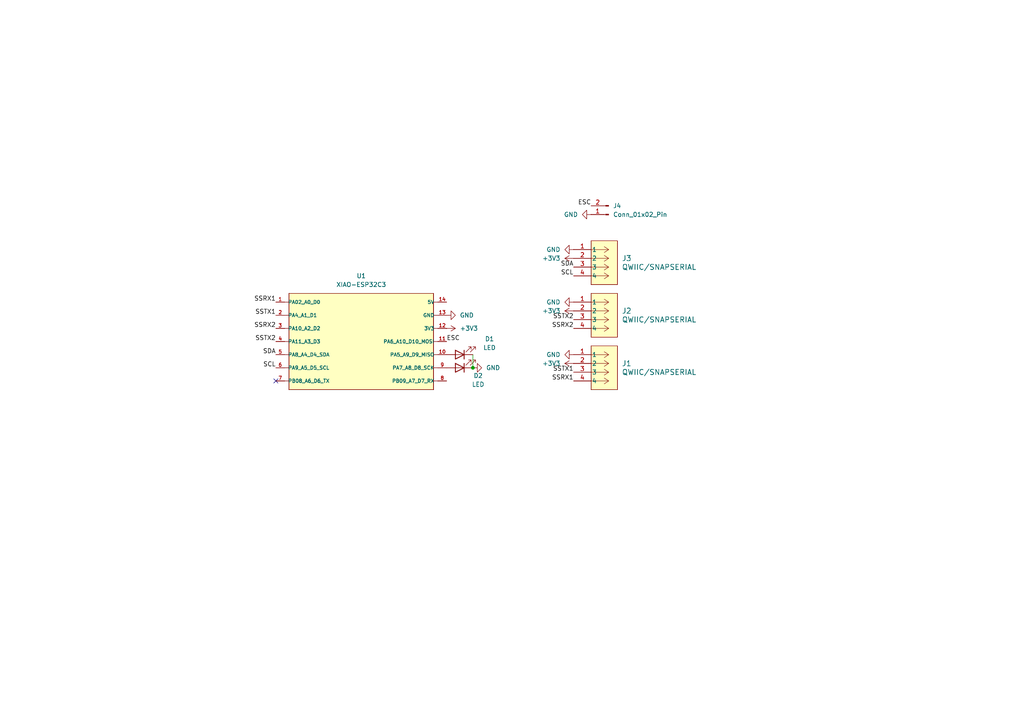
<source format=kicad_sch>
(kicad_sch (version 20250114) (generator "eeschema") (generator_version "9.0")
  (paper "A4")
  (lib_symbols
    (symbol "Connector:Conn_01x02_Pin" (pin_names (offset 1.016) (hide yes))
      (property "Reference" "J" (at 0 2.54 0))
      (property "Value" "Conn_01x02_Pin" (at 0 -5.08 0))
      (symbol "Conn_01x02_Pin_1_1"
        (rectangle (start 0.8636 0.127) (end 0 -0.127) (stroke (width 0.1524)) (fill (type outline)))
        (rectangle (start 0.8636 -2.413) (end 0 -2.667) (stroke (width 0.1524)) (fill (type outline)))
        (polyline (pts (xy 1.27 0) (xy 0.8636 0)) (stroke (width 0.1524)))
        (polyline (pts (xy 1.27 -2.54) (xy 0.8636 -2.54)) (stroke (width 0.1524)))
        (pin passive line (at 5.08 0 180) (length 3.81) (name "Pin_1") (number "1"))
        (pin passive line (at 5.08 -2.54 180) (length 3.81) (name "Pin_2") (number "2"))
      )
    )
    (symbol "Device:LED" (pin_numbers (hide yes)) (pin_names (offset 1.016) (hide yes))
      (property "Reference" "D" (at 0 2.54 0))
      (property "Value" "LED" (at 0 -2.54 0))
      (symbol "LED_0_1"
        (polyline (pts (xy -3.048 -0.762) (xy -4.572 -2.286) (xy -3.81 -2.286) (xy -4.572 -2.286) (xy -4.572 -1.524)))
        (polyline (pts (xy -1.778 -0.762) (xy -3.302 -2.286) (xy -2.54 -2.286) (xy -3.302 -2.286) (xy -3.302 -1.524)))
        (polyline (pts (xy -1.27 0) (xy 1.27 0)))
        (polyline (pts (xy -1.27 -1.27) (xy -1.27 1.27)) (stroke (width 0.254)))
        (polyline (pts (xy 1.27 -1.27) (xy 1.27 1.27) (xy -1.27 0) (xy 1.27 -1.27)) (stroke (width 0.254)))
      )
      (symbol "LED_1_1"
        (pin passive line (at -3.81 0 0) (length 2.54) (name "K") (number "1"))
        (pin passive line (at 3.81 0 180) (length 2.54) (name "A") (number "2"))
      )
    )
    (symbol "User:QWIIC/SNAPSERIAL" (pin_names (offset 0.254))
      (property "Reference" "J" (at 8.89 6.35 0))
      (property "Value" "QWIIC/SNAPSERIAL" (at 0 0 0))
      (symbol "QWIIC/SNAPSERIAL_1_1"
        (polyline (pts (xy 5.08 2.54) (xy 5.08 -10.16)) (stroke (width 0.127)) (fill (type background)))
        (rectangle (start 5.08 2.54) (end 12.7 -10.16) (fill (type background)))
        (polyline (pts (xy 5.08 -10.16) (xy 12.7 -10.16)) (stroke (width 0.127)) (fill (type background)))
        (polyline (pts (xy 10.16 0) (xy 5.08 0)) (stroke (width 0.127)))
        (polyline (pts (xy 10.16 0) (xy 8.89 0.8467)) (stroke (width 0.127)))
        (polyline (pts (xy 10.16 0) (xy 8.89 -0.8467)) (stroke (width 0.127)))
        (polyline (pts (xy 10.16 -2.54) (xy 5.08 -2.54)) (stroke (width 0.127)))
        (polyline (pts (xy 10.16 -2.54) (xy 8.89 -1.6933)) (stroke (width 0.127)))
        (polyline (pts (xy 10.16 -2.54) (xy 8.89 -3.3867)) (stroke (width 0.127)))
        (polyline (pts (xy 10.16 -5.08) (xy 5.08 -5.08)) (stroke (width 0.127)))
        (polyline (pts (xy 10.16 -5.08) (xy 8.89 -4.2333)) (stroke (width 0.127)))
        (polyline (pts (xy 10.16 -5.08) (xy 8.89 -5.9267)) (stroke (width 0.127)))
        (polyline (pts (xy 10.16 -7.62) (xy 5.08 -7.62)) (stroke (width 0.127)))
        (polyline (pts (xy 10.16 -7.62) (xy 8.89 -6.7733)) (stroke (width 0.127)))
        (polyline (pts (xy 10.16 -7.62) (xy 8.89 -8.4667)) (stroke (width 0.127)))
        (polyline (pts (xy 12.7 -10.16) (xy 12.7 2.54)) (stroke (width 0.127)) (fill (type background)))
        (pin unspecified line (at 0 0 0) (length 5.08) (name "1") (number "1"))
        (pin unspecified line (at 0 -2.54 0) (length 5.08) (name "2") (number "2"))
        (pin unspecified line (at 0 -5.08 0) (length 5.08) (name "3") (number "3"))
        (pin unspecified line (at 0 -7.62 0) (length 5.08) (name "4") (number "4"))
      )
      (symbol "QWIIC/SNAPSERIAL_1_2"
        (polyline (pts (xy 5.08 2.54) (xy 5.08 -10.16)) (stroke (width 0.127)))
        (polyline (pts (xy 5.08 -10.16) (xy 12.7 -10.16)) (stroke (width 0.127)))
        (polyline (pts (xy 7.62 0) (xy 5.08 0)) (stroke (width 0.127)))
        (polyline (pts (xy 7.62 0) (xy 8.89 0.8467)) (stroke (width 0.127)))
        (polyline (pts (xy 7.62 0) (xy 8.89 -0.8467)) (stroke (width 0.127)))
        (polyline (pts (xy 7.62 -2.54) (xy 5.08 -2.54)) (stroke (width 0.127)))
        (polyline (pts (xy 7.62 -2.54) (xy 8.89 -1.6933)) (stroke (width 0.127)))
        (polyline (pts (xy 7.62 -2.54) (xy 8.89 -3.3867)) (stroke (width 0.127)))
        (polyline (pts (xy 7.62 -5.08) (xy 5.08 -5.08)) (stroke (width 0.127)))
        (polyline (pts (xy 7.62 -5.08) (xy 8.89 -4.2333)) (stroke (width 0.127)))
        (polyline (pts (xy 7.62 -5.08) (xy 8.89 -5.9267)) (stroke (width 0.127)))
        (polyline (pts (xy 7.62 -7.62) (xy 5.08 -7.62)) (stroke (width 0.127)))
        (polyline (pts (xy 7.62 -7.62) (xy 8.89 -6.7733)) (stroke (width 0.127)))
        (polyline (pts (xy 7.62 -7.62) (xy 8.89 -8.4667)) (stroke (width 0.127)))
        (polyline (pts (xy 12.7 2.54) (xy 5.08 2.54)) (stroke (width 0.127)))
        (polyline (pts (xy 12.7 -10.16) (xy 12.7 2.54)) (stroke (width 0.127)))
        (pin unspecified line (at 0 0 0) (length 5.08) (name "1") (number "1"))
        (pin unspecified line (at 0 -2.54 0) (length 5.08) (name "2") (number "2"))
        (pin unspecified line (at 0 -5.08 0) (length 5.08) (name "3") (number "3"))
        (pin unspecified line (at 0 -7.62 0) (length 5.08) (name "4") (number "4"))
      )
    )
    (symbol "User:XIAO-ESP32C3" (pin_names (offset 1.016))
      (property "Reference" "U" (at -21.59 15.24 0))
      (property "Value" "XIAO-ESP32C3" (at -21.59 13.97 0))
      (symbol "XIAO-ESP32C3_0_0"
        (polyline (pts (xy -21.59 11.43) (xy -22.86 11.43)) (stroke (width 0.1524)))
        (polyline (pts (xy -21.59 11.43) (xy -21.59 13.97)) (stroke (width 0.1524)))
        (polyline (pts (xy -21.59 7.62) (xy -22.86 7.62)) (stroke (width 0.1524)))
        (polyline (pts (xy -21.59 7.62) (xy -21.59 11.43)) (stroke (width 0.1524)))
        (polyline (pts (xy -21.59 3.81) (xy -22.86 3.81)) (stroke (width 0.1524)))
        (polyline (pts (xy -21.59 3.81) (xy -21.59 7.62)) (stroke (width 0.1524)))
        (polyline (pts (xy -21.59 0) (xy -22.86 0)) (stroke (width 0.1524)))
        (polyline (pts (xy -21.59 0) (xy -21.59 3.81)) (stroke (width 0.1524)))
        (polyline (pts (xy -21.59 -3.81) (xy -22.86 -3.81)) (stroke (width 0.1524)))
        (polyline (pts (xy -21.59 -7.62) (xy -22.86 -7.62)) (stroke (width 0.1524)))
        (polyline (pts (xy -21.59 -11.43) (xy -22.86 -11.43)) (stroke (width 0.1524)))
        (polyline (pts (xy -21.59 -13.97) (xy -21.59 0)) (stroke (width 0.1524)))
        (polyline (pts (xy 20.32 13.97) (xy 20.32 11.43)) (stroke (width 0.1524)))
        (polyline (pts (xy 20.32 11.43) (xy 20.32 7.62)) (stroke (width 0.1524)))
        (polyline (pts (xy 20.32 7.62) (xy 20.32 3.81)) (stroke (width 0.1524)))
        (polyline (pts (xy 20.32 3.81) (xy 20.32 -13.97)) (stroke (width 0.1524)))
        (polyline (pts (xy 20.32 -13.97) (xy -21.59 -13.97)) (stroke (width 0.1524)))
        (polyline (pts (xy 21.59 11.43) (xy 20.32 11.43)) (stroke (width 0.1524)))
        (polyline (pts (xy 21.59 7.62) (xy 20.32 7.62)) (stroke (width 0.1524)))
        (polyline (pts (xy 21.59 3.81) (xy 20.32 3.81)) (stroke (width 0.1524)))
        (polyline (pts (xy 21.59 0) (xy 20.32 0)) (stroke (width 0.1524)))
        (polyline (pts (xy 21.59 -3.81) (xy 20.32 -3.81)) (stroke (width 0.1524)))
        (polyline (pts (xy 21.59 -7.62) (xy 20.32 -7.62)) (stroke (width 0.1524)))
        (polyline (pts (xy 21.59 -11.43) (xy 20.32 -11.43)) (stroke (width 0.1524)))
        (pin bidirectional line (at -25.4 11.43 0) (length 2.54) (name "PA02_A0_D0") (number "1"))
        (pin bidirectional line (at -25.4 7.62 0) (length 2.54) (name "PA4_A1_D1") (number "2"))
        (pin bidirectional line (at -25.4 3.81 0) (length 2.54) (name "PA10_A2_D2") (number "3"))
        (pin bidirectional line (at -25.4 0 0) (length 2.54) (name "PA11_A3_D3") (number "4"))
        (pin bidirectional line (at -25.4 -3.81 0) (length 2.54) (name "PA8_A4_D4_SDA") (number "5"))
        (pin bidirectional line (at -25.4 -7.62 0) (length 2.54) (name "PA9_A5_D5_SCL") (number "6"))
        (pin bidirectional line (at -25.4 -11.43 0) (length 2.54) (name "PB08_A6_D6_TX") (number "7"))
        (pin bidirectional line (at 24.13 11.43 180) (length 2.54) (name "5V") (number "14"))
        (pin bidirectional line (at 24.13 7.62 180) (length 2.54) (name "GND") (number "13"))
        (pin bidirectional line (at 24.13 3.81 180) (length 2.54) (name "3V3") (number "12"))
        (pin bidirectional line (at 24.13 0 180) (length 2.54) (name "PA6_A10_D10_MOSI") (number "11"))
        (pin bidirectional line (at 24.13 -3.81 180) (length 2.54) (name "PA5_A9_D9_MISO") (number "10"))
        (pin bidirectional line (at 24.13 -7.62 180) (length 2.54) (name "PA7_A8_D8_SCK") (number "9"))
        (pin bidirectional line (at 24.13 -11.43 180) (length 2.54) (name "PB09_A7_D7_RX") (number "8"))
      )
      (symbol "XIAO-ESP32C3_0_1"
        (rectangle (start -21.59 13.97) (end 20.32 -13.97) (fill (type background)))
      )
    )
    (symbol "power:+3V3" (power) (pin_numbers (hide yes)) (pin_names (offset 0) (hide yes))
      (property "Value" "+3V3" (at 0 3.556 0))
      (symbol "+3V3_0_1"
        (polyline (pts (xy -0.762 1.27) (xy 0 2.54)))
        (polyline (pts (xy 0 2.54) (xy 0.762 1.27)))
        (polyline (pts (xy 0 0) (xy 0 2.54)))
      )
      (symbol "+3V3_1_1"
        (pin power_in line (at 0 0 90) (length 0) (name "~") (number "1"))
      )
    )
    (symbol "power:GND" (power) (pin_numbers (hide yes)) (pin_names (offset 0) (hide yes))
      (property "Value" "GND" (at 0 -3.81 0))
      (symbol "GND_0_1"
        (polyline (pts (xy 0 0) (xy 0 -1.27) (xy 1.27 -1.27) (xy 0 -2.54) (xy -1.27 -1.27) (xy 0 -1.27)))
      )
      (symbol "GND_1_1"
        (pin power_in line (at 0 0 270) (length 0) (name "~") (number "1"))
      )
    )
  )
  (junction (at 137.16 106.68))
  (no_connect (at 80.01 110.49))
  (wire (pts (xy 137.16 102.87) (xy 137.16 106.68)))
  (label "SSRX1" (at 166.37 110.49 180))
  (label "SSRX1" (at 80.01 87.63 180))
  (label "SDA" (at 166.37 77.47 180))
  (label "SSTX1" (at 166.37 107.95 180))
  (label "SCL" (at 166.37 80.01 180))
  (label "SSRX2" (at 80.01 95.25 180))
  (label "ESC" (at 171.45 59.69 180))
  (label "SSTX2" (at 166.37 92.71 180))
  (label "SSTX2" (at 80.01 99.06 180))
  (label "SDA" (at 80.01 102.87 180))
  (label "SSTX1" (at 80.01 91.44 180))
  (label "SSRX2" (at 166.37 95.25 180))
  (label "SCL" (at 80.01 106.68 180))
  (label "ESC" (at 129.54 99.06 0))
  (symbol (lib_id "Device:LED") (at 133.35 102.87 180) (unit 1)
    (property "Reference" "D1" (at 141.986 98.298 0))
    (property "Value" "LED" (at 141.986 100.838 0))
    (property "Footprint" "LED_SMD:LED_0805_2012Metric" (effects (hide yes)))
    (property "Description" "Light emitting diode" (effects (hide yes)))
    (property "Sim.Pins" "1=K 2=A" (effects (hide yes)))
  )
  (symbol (lib_id "power:+3V3") (at 166.37 90.17 90) (unit 1)
    (property "Reference" "#PWR04" (effects (hide yes)))
    (property "Value" "+3V3" (at 162.56 90.1699 90) (effects (justify left)))
    (property "Description" "Power symbol creates a global label with name \"+3V3\"" (effects (hide yes)))
  )
  (symbol (lib_id "User:XIAO-ESP32C3") (at 105.41 99.06 0) (unit 1)
    (property "Reference" "U1" (at 104.775 80.01 0))
    (property "Value" "XIAO-ESP32C3" (at 104.775 82.55 0))
    (property "Footprint" "User:XIAO-ESP32C3" (effects (hide yes)))
  )
  (symbol (lib_id "power:+3V3") (at 166.37 105.41 90) (unit 1)
    (property "Reference" "#PWR02" (effects (hide yes)))
    (property "Value" "+3V3" (at 162.56 105.4099 90) (effects (justify left)))
    (property "Description" "Power symbol creates a global label with name \"+3V3\"" (effects (hide yes)))
  )
  (symbol (lib_id "User:QWIIC/SNAPSERIAL") (at 166.37 87.63 0) (unit 1)
    (property "Reference" "J2" (at 180.34 90.1699 0) (effects (font (size 1.524 1.524)) (justify left)))
    (property "Value" "QWIIC/SNAPSERIAL" (at 180.34 92.7099 0) (effects (font (size 1.524 1.524)) (justify left)))
    (property "Footprint" "User:QWIIC_SNAPSERIAL" (effects (hide yes)))
    (property "Datasheet" "PRT-14417" (effects (hide yes)))
  )
  (symbol (lib_id "power:GND") (at 137.16 106.68 90) (unit 1)
    (property "Reference" "#PWR010" (effects (hide yes)))
    (property "Value" "GND" (at 140.97 106.6799 90) (effects (justify right)))
    (property "Description" "Power symbol creates a global label with name \"GND\" , ground" (effects (hide yes)))
  )
  (symbol (lib_id "power:+3V3") (at 166.37 74.93 90) (unit 1)
    (property "Reference" "#PWR06" (effects (hide yes)))
    (property "Value" "+3V3" (at 162.56 74.9299 90) (effects (justify left)))
    (property "Description" "Power symbol creates a global label with name \"+3V3\"" (effects (hide yes)))
  )
  (symbol (lib_id "power:+3V3") (at 129.54 95.25 270) (unit 1)
    (property "Reference" "#PWR07" (effects (hide yes)))
    (property "Value" "+3V3" (at 133.35 95.2499 90) (effects (justify left)))
    (property "Description" "Power symbol creates a global label with name \"+3V3\"" (effects (hide yes)))
  )
  (symbol (lib_id "Connector:Conn_01x02_Pin") (at 176.53 62.23 180) (unit 1)
    (property "Reference" "J4" (at 177.8 59.6899 0) (effects (justify right)))
    (property "Value" "Conn_01x02_Pin" (at 177.8 62.2299 0) (effects (justify right)))
    (property "Footprint" "Connector_PinSocket_2.54mm:PinSocket_1x02_P2.54mm_Vertical" (effects (hide yes)))
    (property "Description" "Generic connector, single row, 01x02, script generated" (effects (hide yes)))
  )
  (symbol (lib_id "power:GND") (at 166.37 72.39 270) (unit 1)
    (property "Reference" "#PWR05" (effects (hide yes)))
    (property "Value" "GND" (at 162.56 72.3899 90) (effects (justify right)))
    (property "Description" "Power symbol creates a global label with name \"GND\" , ground" (effects (hide yes)))
  )
  (symbol (lib_id "Device:LED") (at 133.35 106.68 180) (unit 1)
    (property "Reference" "D2" (at 138.684 108.966 0))
    (property "Value" "LED" (at 138.684 111.506 0))
    (property "Footprint" "LED_SMD:LED_0805_2012Metric" (effects (hide yes)))
    (property "Description" "Light emitting diode" (effects (hide yes)))
    (property "Sim.Pins" "1=K 2=A" (effects (hide yes)))
  )
  (symbol (lib_id "power:GND") (at 129.54 91.44 90) (unit 1)
    (property "Reference" "#PWR08" (effects (hide yes)))
    (property "Value" "GND" (at 133.35 91.4399 90) (effects (justify right)))
    (property "Description" "Power symbol creates a global label with name \"GND\" , ground" (effects (hide yes)))
  )
  (symbol (lib_id "User:QWIIC/SNAPSERIAL") (at 166.37 72.39 0) (unit 1)
    (property "Reference" "J3" (at 180.34 74.9299 0) (effects (font (size 1.524 1.524)) (justify left)))
    (property "Value" "QWIIC/SNAPSERIAL" (at 180.34 77.4699 0) (effects (font (size 1.524 1.524)) (justify left)))
    (property "Footprint" "User:QWIIC_SNAPSERIAL" (effects (hide yes)))
    (property "Datasheet" "PRT-14417" (effects (hide yes)))
  )
  (symbol (lib_id "power:GND") (at 166.37 102.87 270) (unit 1)
    (property "Reference" "#PWR01" (effects (hide yes)))
    (property "Value" "GND" (at 162.56 102.8699 90) (effects (justify right)))
    (property "Description" "Power symbol creates a global label with name \"GND\" , ground" (effects (hide yes)))
  )
  (symbol (lib_id "power:GND") (at 166.37 87.63 270) (unit 1)
    (property "Reference" "#PWR03" (effects (hide yes)))
    (property "Value" "GND" (at 162.56 87.6299 90) (effects (justify right)))
    (property "Description" "Power symbol creates a global label with name \"GND\" , ground" (effects (hide yes)))
  )
  (symbol (lib_id "power:GND") (at 171.45 62.23 270) (unit 1)
    (property "Reference" "#PWR09" (effects (hide yes)))
    (property "Value" "GND" (at 167.64 62.2299 90) (effects (justify right)))
    (property "Description" "Power symbol creates a global label with name \"GND\" , ground" (effects (hide yes)))
  )
  (symbol (lib_id "User:QWIIC/SNAPSERIAL") (at 166.37 102.87 0) (unit 1)
    (property "Reference" "J1" (at 180.34 105.4099 0) (effects (font (size 1.524 1.524)) (justify left)))
    (property "Value" "QWIIC/SNAPSERIAL" (at 180.34 107.9499 0) (effects (font (size 1.524 1.524)) (justify left)))
    (property "Footprint" "User:QWIIC_SNAPSERIAL" (effects (hide yes)))
    (property "Datasheet" "PRT-14417" (effects (hide yes)))
  )
)
</source>
